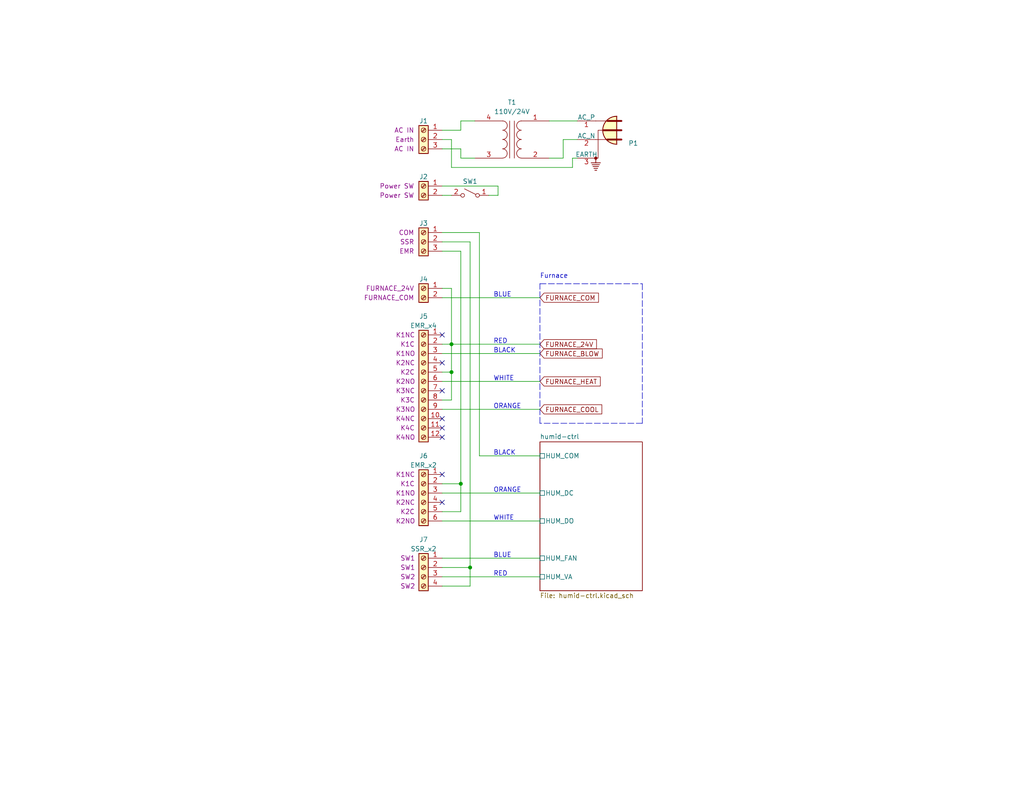
<source format=kicad_sch>
(kicad_sch (version 20211123) (generator eeschema)
  (paper "USLetter")
  (title_block (title "HVAC System") (date "05/06/2022") (rev "1.2"))
  (lib_symbols
    (symbol "Connector:Conn_WallPlug_Earth" (pin_names (offset 0))
      (property "Reference" "P" (at 0 3.81 0))
      (property "Value" "Conn_WallPlug_Earth" (at -5.08 0 90))
      (symbol "Conn_WallPlug_Earth_0_1"
        (arc (start -3.175 -3.81) (mid 0.635 0) (end -3.175 3.81) (stroke (width 0.254)) (fill (type background)))
        (polyline (pts (xy -4.445 -2.54) (xy -0.635 -2.54)) (stroke (width 0.508)))
        (polyline (pts (xy -4.445 0) (xy 0.508 0)) (stroke (width 0.508)))
        (polyline (pts (xy -4.445 2.54) (xy -0.635 2.54)) (stroke (width 0.508)))
        (polyline (pts (xy -3.175 -3.81) (xy -3.175 3.81)) (stroke (width 0.254)))
        (polyline (pts (xy -0.635 -2.54) (xy 2.54 -2.54)))
        (polyline (pts (xy -0.635 2.54) (xy 2.54 2.54)))
        (polyline (pts (xy 1.524 -9.398) (xy 3.556 -9.398)) (stroke (width 0.2032)))
        (polyline (pts (xy 1.778 -9.906) (xy 3.302 -9.906)) (stroke (width 0.2032)))
        (polyline (pts (xy 2.032 -10.414) (xy 3.048 -10.414)) (stroke (width 0.2032)))
        (polyline (pts (xy 2.286 -10.922) (xy 2.794 -10.922)) (stroke (width 0.2032)))
        (polyline (pts (xy 2.54 -7.62) (xy 2.54 -8.89)) (stroke (width 0.2032)))
        (polyline (pts (xy 3.81 -8.89) (xy 1.27 -8.89)) (stroke (width 0.2032)))
        (polyline (pts (xy 2.54 -7.62) (xy 1.905 -7.62) (xy 1.905 0) (xy -4.445 0)))
        (circle (center 2.54 -7.62) (radius 0.3556) (fill (type outline)))
      )
      (symbol "Conn_WallPlug_Earth_1_1"
        (pin power_out line (at 7.62 2.54 180) (length 5.08) (name "AC_P") (number "1"))
        (pin power_out line (at 7.62 -2.54 180) (length 5.08) (name "AC_N") (number "2"))
        (pin passive line (at 7.62 -7.62 180) (length 5.08) (name "EARTH") (number "3"))
      )
    )
    (symbol "Connector:Screw_Terminal_01x02" (pin_names (offset 1.016) hide)
      (property "Reference" "J" (at 0 2.54 0))
      (property "Value" "Screw_Terminal_01x02" (at 0 -5.08 0))
      (symbol "Screw_Terminal_01x02_1_1"
        (rectangle (start -1.27 1.27) (end 1.27 -3.81) (stroke (width 0.254)) (fill (type background)))
        (circle (center 0 -2.54) (radius 0.635) (stroke (width 0.1524)))
        (polyline (pts (xy -0.5334 -2.2098) (xy 0.3302 -3.048)) (stroke (width 0.1524)))
        (polyline (pts (xy -0.5334 0.3302) (xy 0.3302 -0.508)) (stroke (width 0.1524)))
        (polyline (pts (xy -0.3556 -2.032) (xy 0.508 -2.8702)) (stroke (width 0.1524)))
        (polyline (pts (xy -0.3556 0.508) (xy 0.508 -0.3302)) (stroke (width 0.1524)))
        (circle (center 0 0) (radius 0.635) (stroke (width 0.1524)))
        (pin passive line (at -5.08 0 0) (length 3.81) (name "Pin_1") (number "1"))
        (pin passive line (at -5.08 -2.54 0) (length 3.81) (name "Pin_2") (number "2"))
      )
    )
    (symbol "Connector:Screw_Terminal_01x03" (pin_names (offset 1.016) hide)
      (property "Reference" "J" (at 0 5.08 0))
      (property "Value" "Screw_Terminal_01x03" (at 0 -5.08 0))
      (symbol "Screw_Terminal_01x03_1_1"
        (rectangle (start -1.27 3.81) (end 1.27 -3.81) (stroke (width 0.254)) (fill (type background)))
        (circle (center 0 -2.54) (radius 0.635) (stroke (width 0.1524)))
        (polyline (pts (xy -0.5334 -2.2098) (xy 0.3302 -3.048)) (stroke (width 0.1524)))
        (polyline (pts (xy -0.5334 0.3302) (xy 0.3302 -0.508)) (stroke (width 0.1524)))
        (polyline (pts (xy -0.5334 2.8702) (xy 0.3302 2.032)) (stroke (width 0.1524)))
        (polyline (pts (xy -0.3556 -2.032) (xy 0.508 -2.8702)) (stroke (width 0.1524)))
        (polyline (pts (xy -0.3556 0.508) (xy 0.508 -0.3302)) (stroke (width 0.1524)))
        (polyline (pts (xy -0.3556 3.048) (xy 0.508 2.2098)) (stroke (width 0.1524)))
        (circle (center 0 0) (radius 0.635) (stroke (width 0.1524)))
        (circle (center 0 2.54) (radius 0.635) (stroke (width 0.1524)))
        (pin passive line (at -5.08 2.54 0) (length 3.81) (name "Pin_1") (number "1"))
        (pin passive line (at -5.08 0 0) (length 3.81) (name "Pin_2") (number "2"))
        (pin passive line (at -5.08 -2.54 0) (length 3.81) (name "Pin_3") (number "3"))
      )
    )
    (symbol "Connector:Screw_Terminal_01x04" (pin_names (offset 1.016) hide)
      (property "Reference" "J" (at 0 5.08 0))
      (property "Value" "Screw_Terminal_01x04" (at 0 -7.62 0))
      (symbol "Screw_Terminal_01x04_1_1"
        (rectangle (start -1.27 3.81) (end 1.27 -6.35) (stroke (width 0.254)) (fill (type background)))
        (circle (center 0 -5.08) (radius 0.635) (stroke (width 0.1524)))
        (circle (center 0 -2.54) (radius 0.635) (stroke (width 0.1524)))
        (polyline (pts (xy -0.5334 -4.7498) (xy 0.3302 -5.588)) (stroke (width 0.1524)))
        (polyline (pts (xy -0.5334 -2.2098) (xy 0.3302 -3.048)) (stroke (width 0.1524)))
        (polyline (pts (xy -0.5334 0.3302) (xy 0.3302 -0.508)) (stroke (width 0.1524)))
        (polyline (pts (xy -0.5334 2.8702) (xy 0.3302 2.032)) (stroke (width 0.1524)))
        (polyline (pts (xy -0.3556 -4.572) (xy 0.508 -5.4102)) (stroke (width 0.1524)))
        (polyline (pts (xy -0.3556 -2.032) (xy 0.508 -2.8702)) (stroke (width 0.1524)))
        (polyline (pts (xy -0.3556 0.508) (xy 0.508 -0.3302)) (stroke (width 0.1524)))
        (polyline (pts (xy -0.3556 3.048) (xy 0.508 2.2098)) (stroke (width 0.1524)))
        (circle (center 0 0) (radius 0.635) (stroke (width 0.1524)))
        (circle (center 0 2.54) (radius 0.635) (stroke (width 0.1524)))
        (pin passive line (at -5.08 2.54 0) (length 3.81) (name "Pin_1") (number "1"))
        (pin passive line (at -5.08 0 0) (length 3.81) (name "Pin_2") (number "2"))
        (pin passive line (at -5.08 -2.54 0) (length 3.81) (name "Pin_3") (number "3"))
        (pin passive line (at -5.08 -5.08 0) (length 3.81) (name "Pin_4") (number "4"))
      )
    )
    (symbol "Connector:Screw_Terminal_01x06" (pin_names (offset 1.016) hide)
      (property "Reference" "J" (at 0 7.62 0))
      (property "Value" "Screw_Terminal_01x06" (at 0 -10.16 0))
      (symbol "Screw_Terminal_01x06_1_1"
        (rectangle (start -1.27 6.35) (end 1.27 -8.89) (stroke (width 0.254)) (fill (type background)))
        (circle (center 0 -7.62) (radius 0.635) (stroke (width 0.1524)))
        (circle (center 0 -5.08) (radius 0.635) (stroke (width 0.1524)))
        (circle (center 0 -2.54) (radius 0.635) (stroke (width 0.1524)))
        (polyline (pts (xy -0.5334 -7.2898) (xy 0.3302 -8.128)) (stroke (width 0.1524)))
        (polyline (pts (xy -0.5334 -4.7498) (xy 0.3302 -5.588)) (stroke (width 0.1524)))
        (polyline (pts (xy -0.5334 -2.2098) (xy 0.3302 -3.048)) (stroke (width 0.1524)))
        (polyline (pts (xy -0.5334 0.3302) (xy 0.3302 -0.508)) (stroke (width 0.1524)))
        (polyline (pts (xy -0.5334 2.8702) (xy 0.3302 2.032)) (stroke (width 0.1524)))
        (polyline (pts (xy -0.5334 5.4102) (xy 0.3302 4.572)) (stroke (width 0.1524)))
        (polyline (pts (xy -0.3556 -7.112) (xy 0.508 -7.9502)) (stroke (width 0.1524)))
        (polyline (pts (xy -0.3556 -4.572) (xy 0.508 -5.4102)) (stroke (width 0.1524)))
        (polyline (pts (xy -0.3556 -2.032) (xy 0.508 -2.8702)) (stroke (width 0.1524)))
        (polyline (pts (xy -0.3556 0.508) (xy 0.508 -0.3302)) (stroke (width 0.1524)))
        (polyline (pts (xy -0.3556 3.048) (xy 0.508 2.2098)) (stroke (width 0.1524)))
        (polyline (pts (xy -0.3556 5.588) (xy 0.508 4.7498)) (stroke (width 0.1524)))
        (circle (center 0 0) (radius 0.635) (stroke (width 0.1524)))
        (circle (center 0 2.54) (radius 0.635) (stroke (width 0.1524)))
        (circle (center 0 5.08) (radius 0.635) (stroke (width 0.1524)))
        (pin passive line (at -5.08 5.08 0) (length 3.81) (name "Pin_1") (number "1"))
        (pin passive line (at -5.08 2.54 0) (length 3.81) (name "Pin_2") (number "2"))
        (pin passive line (at -5.08 0 0) (length 3.81) (name "Pin_3") (number "3"))
        (pin passive line (at -5.08 -2.54 0) (length 3.81) (name "Pin_4") (number "4"))
        (pin passive line (at -5.08 -5.08 0) (length 3.81) (name "Pin_5") (number "5"))
        (pin passive line (at -5.08 -7.62 0) (length 3.81) (name "Pin_6") (number "6"))
      )
    )
    (symbol "Connector:Screw_Terminal_01x12" (pin_names (offset 1.016) hide)
      (property "Reference" "J" (at 0 15.24 0))
      (property "Value" "Screw_Terminal_01x12" (at 0 -17.78 0))
      (symbol "Screw_Terminal_01x12_1_1"
        (rectangle (start -1.27 13.97) (end 1.27 -16.51) (stroke (width 0.254)) (fill (type background)))
        (circle (center 0 -15.24) (radius 0.635) (stroke (width 0.1524)))
        (circle (center 0 -12.7) (radius 0.635) (stroke (width 0.1524)))
        (circle (center 0 -10.16) (radius 0.635) (stroke (width 0.1524)))
        (circle (center 0 -7.62) (radius 0.635) (stroke (width 0.1524)))
        (circle (center 0 -5.08) (radius 0.635) (stroke (width 0.1524)))
        (circle (center 0 -2.54) (radius 0.635) (stroke (width 0.1524)))
        (polyline (pts (xy -0.5334 -14.9098) (xy 0.3302 -15.748)) (stroke (width 0.1524)))
        (polyline (pts (xy -0.5334 -12.3698) (xy 0.3302 -13.208)) (stroke (width 0.1524)))
        (polyline (pts (xy -0.5334 -9.8298) (xy 0.3302 -10.668)) (stroke (width 0.1524)))
        (polyline (pts (xy -0.5334 -7.2898) (xy 0.3302 -8.128)) (stroke (width 0.1524)))
        (polyline (pts (xy -0.5334 -4.7498) (xy 0.3302 -5.588)) (stroke (width 0.1524)))
        (polyline (pts (xy -0.5334 -2.2098) (xy 0.3302 -3.048)) (stroke (width 0.1524)))
        (polyline (pts (xy -0.5334 0.3302) (xy 0.3302 -0.508)) (stroke (width 0.1524)))
        (polyline (pts (xy -0.5334 2.8702) (xy 0.3302 2.032)) (stroke (width 0.1524)))
        (polyline (pts (xy -0.5334 5.4102) (xy 0.3302 4.572)) (stroke (width 0.1524)))
        (polyline (pts (xy -0.5334 7.9502) (xy 0.3302 7.112)) (stroke (width 0.1524)))
        (polyline (pts (xy -0.5334 10.4902) (xy 0.3302 9.652)) (stroke (width 0.1524)))
        (polyline (pts (xy -0.5334 13.0302) (xy 0.3302 12.192)) (stroke (width 0.1524)))
        (polyline (pts (xy -0.3556 -14.732) (xy 0.508 -15.5702)) (stroke (width 0.1524)))
        (polyline (pts (xy -0.3556 -12.192) (xy 0.508 -13.0302)) (stroke (width 0.1524)))
        (polyline (pts (xy -0.3556 -9.652) (xy 0.508 -10.4902)) (stroke (width 0.1524)))
        (polyline (pts (xy -0.3556 -7.112) (xy 0.508 -7.9502)) (stroke (width 0.1524)))
        (polyline (pts (xy -0.3556 -4.572) (xy 0.508 -5.4102)) (stroke (width 0.1524)))
        (polyline (pts (xy -0.3556 -2.032) (xy 0.508 -2.8702)) (stroke (width 0.1524)))
        (polyline (pts (xy -0.3556 0.508) (xy 0.508 -0.3302)) (stroke (width 0.1524)))
        (polyline (pts (xy -0.3556 3.048) (xy 0.508 2.2098)) (stroke (width 0.1524)))
        (polyline (pts (xy -0.3556 5.588) (xy 0.508 4.7498)) (stroke (width 0.1524)))
        (polyline (pts (xy -0.3556 8.128) (xy 0.508 7.2898)) (stroke (width 0.1524)))
        (polyline (pts (xy -0.3556 10.668) (xy 0.508 9.8298)) (stroke (width 0.1524)))
        (polyline (pts (xy -0.3556 13.208) (xy 0.508 12.3698)) (stroke (width 0.1524)))
        (circle (center 0 0) (radius 0.635) (stroke (width 0.1524)))
        (circle (center 0 2.54) (radius 0.635) (stroke (width 0.1524)))
        (circle (center 0 5.08) (radius 0.635) (stroke (width 0.1524)))
        (circle (center 0 7.62) (radius 0.635) (stroke (width 0.1524)))
        (circle (center 0 10.16) (radius 0.635) (stroke (width 0.1524)))
        (circle (center 0 12.7) (radius 0.635) (stroke (width 0.1524)))
        (pin passive line (at -5.08 12.7 0) (length 3.81) (name "Pin_1") (number "1"))
        (pin passive line (at -5.08 -10.16 0) (length 3.81) (name "Pin_10") (number "10"))
        (pin passive line (at -5.08 -12.7 0) (length 3.81) (name "Pin_11") (number "11"))
        (pin passive line (at -5.08 -15.24 0) (length 3.81) (name "Pin_12") (number "12"))
        (pin passive line (at -5.08 10.16 0) (length 3.81) (name "Pin_2") (number "2"))
        (pin passive line (at -5.08 7.62 0) (length 3.81) (name "Pin_3") (number "3"))
        (pin passive line (at -5.08 5.08 0) (length 3.81) (name "Pin_4") (number "4"))
        (pin passive line (at -5.08 2.54 0) (length 3.81) (name "Pin_5") (number "5"))
        (pin passive line (at -5.08 0 0) (length 3.81) (name "Pin_6") (number "6"))
        (pin passive line (at -5.08 -2.54 0) (length 3.81) (name "Pin_7") (number "7"))
        (pin passive line (at -5.08 -5.08 0) (length 3.81) (name "Pin_8") (number "8"))
        (pin passive line (at -5.08 -7.62 0) (length 3.81) (name "Pin_9") (number "9"))
      )
    )
    (symbol "Device:Transformer_1P_1S" (pin_names (offset 1.016) hide)
      (property "Reference" "T" (at 0 6.35 0))
      (property "Value" "Transformer_1P_1S" (at 0 -7.62 0))
      (symbol "Transformer_1P_1S_0_1"
        (arc (start -2.54 -5.0546) (mid -1.6599 -4.6901) (end -1.27 -3.81))
        (arc (start -2.54 -2.5146) (mid -1.6599 -2.1501) (end -1.27 -1.27))
        (arc (start -2.54 0.0254) (mid -1.6599 0.3899) (end -1.27 1.27))
        (arc (start -2.54 2.5654) (mid -1.6599 2.9299) (end -1.27 3.81))
        (arc (start -1.27 -3.81) (mid -1.642 -2.912) (end -2.54 -2.54))
        (arc (start -1.27 -1.27) (mid -1.642 -0.372) (end -2.54 0))
        (arc (start -1.27 1.27) (mid -1.642 2.168) (end -2.54 2.54))
        (arc (start -1.27 3.81) (mid -1.642 4.708) (end -2.54 5.08))
        (polyline (pts (xy -0.635 5.08) (xy -0.635 -5.08)))
        (polyline (pts (xy 0.635 -5.08) (xy 0.635 5.08)))
        (arc (start 1.2954 -1.27) (mid 1.6599 -2.1501) (end 2.54 -2.5146))
        (arc (start 1.2954 1.27) (mid 1.6599 0.3899) (end 2.54 0.0254))
        (arc (start 1.2954 3.81) (mid 1.6599 2.9299) (end 2.54 2.5654))
        (arc (start 1.3208 -3.81) (mid 1.6853 -4.6901) (end 2.5654 -5.0546))
        (arc (start 2.54 0) (mid 1.642 -0.372) (end 1.2954 -1.27))
        (arc (start 2.54 2.54) (mid 1.642 2.168) (end 1.2954 1.27))
        (arc (start 2.54 5.08) (mid 1.642 4.708) (end 1.2954 3.81))
        (arc (start 2.5654 -2.54) (mid 1.6674 -2.912) (end 1.3208 -3.81))
      )
      (symbol "Transformer_1P_1S_1_1"
        (pin passive line (at -10.16 5.08 0) (length 7.62) (name "AA") (number "1"))
        (pin passive line (at -10.16 -5.08 0) (length 7.62) (name "AB") (number "2"))
        (pin passive line (at 10.16 -5.08 180) (length 7.62) (name "SA") (number "3"))
        (pin passive line (at 10.16 5.08 180) (length 7.62) (name "SB") (number "4"))
      )
    )
    (symbol "Switch:SW_SPST" (pin_names (offset 0) hide)
      (property "Reference" "SW" (at 0 3.175 0))
      (property "Value" "SW_SPST" (at 0 -2.54 0))
      (symbol "SW_SPST_0_0"
        (circle (center -2.032 0) (radius 0.508))
        (polyline (pts (xy -1.524 0.254) (xy 1.524 1.778)))
        (circle (center 2.032 0) (radius 0.508))
      )
      (symbol "SW_SPST_1_1"
        (pin passive line (at -5.08 0 0) (length 2.54) (name "A") (number "1"))
        (pin passive line (at 5.08 0 180) (length 2.54) (name "B") (number "2"))
      )
    )
  )
  (junction (at 123.19 93.98))
  (junction (at 128.27 154.94))
  (junction (at 125.73 132.08))
  (junction (at 123.19 101.6))
  (no_connect (at 120.65 129.54))
  (no_connect (at 120.65 119.38))
  (no_connect (at 120.65 106.68))
  (no_connect (at 120.65 99.06))
  (no_connect (at 120.65 137.16))
  (no_connect (at 120.65 114.3))
  (no_connect (at 120.65 116.84))
  (no_connect (at 120.65 91.44))
  (wire (pts (xy 120.65 109.22) (xy 123.19 109.22)))
  (wire (pts (xy 123.19 93.98) (xy 147.32 93.98)))
  (wire (pts (xy 128.27 66.04) (xy 128.27 154.94)))
  (wire (pts (xy 125.73 139.7) (xy 125.73 132.08)))
  (wire (pts (xy 120.65 66.04) (xy 128.27 66.04)))
  (wire (pts (xy 153.67 38.1) (xy 153.67 43.18)))
  (wire (pts (xy 125.73 68.58) (xy 125.73 132.08)))
  (wire (pts (xy 120.65 81.28) (xy 147.32 81.28)))
  (wire (pts (xy 125.73 33.02) (xy 125.73 35.56)))
  (wire (pts (xy 120.65 134.62) (xy 147.32 134.62)))
  (wire (pts (xy 120.65 152.4) (xy 147.32 152.4)))
  (wire (pts (xy 125.73 132.08) (xy 120.65 132.08)))
  (wire (pts (xy 123.19 53.34) (xy 120.65 53.34)))
  (wire (pts (xy 157.48 33.02) (xy 149.86 33.02)))
  (wire (pts (xy 128.27 160.02) (xy 128.27 154.94)))
  (wire (pts (xy 157.48 38.1) (xy 153.67 38.1)))
  (polyline (pts (xy 175.26 77.47) (xy 175.26 115.57)))
  (wire (pts (xy 120.65 157.48) (xy 147.32 157.48)))
  (polyline (pts (xy 147.32 115.57) (xy 147.32 77.47)))
  (wire (pts (xy 135.89 50.8) (xy 135.89 53.34)))
  (polyline (pts (xy 175.26 115.57) (xy 147.32 115.57)))
  (wire (pts (xy 125.73 43.18) (xy 125.73 40.64)))
  (wire (pts (xy 156.21 45.72) (xy 123.19 45.72)))
  (wire (pts (xy 120.65 160.02) (xy 128.27 160.02)))
  (wire (pts (xy 129.54 43.18) (xy 125.73 43.18)))
  (wire (pts (xy 120.65 96.52) (xy 147.32 96.52)))
  (wire (pts (xy 125.73 40.64) (xy 120.65 40.64)))
  (wire (pts (xy 123.19 38.1) (xy 120.65 38.1)))
  (wire (pts (xy 120.65 78.74) (xy 123.19 78.74)))
  (wire (pts (xy 120.65 139.7) (xy 125.73 139.7)))
  (wire (pts (xy 135.89 53.34) (xy 133.35 53.34)))
  (polyline (pts (xy 147.32 77.47) (xy 175.26 77.47)))
  (wire (pts (xy 128.27 154.94) (xy 120.65 154.94)))
  (wire (pts (xy 120.65 104.14) (xy 147.32 104.14)))
  (wire (pts (xy 120.65 50.8) (xy 135.89 50.8)))
  (wire (pts (xy 156.21 43.18) (xy 156.21 45.72)))
  (wire (pts (xy 123.19 109.22) (xy 123.19 101.6)))
  (wire (pts (xy 153.67 43.18) (xy 149.86 43.18)))
  (wire (pts (xy 130.81 63.5) (xy 130.81 124.46)))
  (wire (pts (xy 123.19 93.98) (xy 123.19 101.6)))
  (wire (pts (xy 130.81 124.46) (xy 147.32 124.46)))
  (wire (pts (xy 120.65 68.58) (xy 125.73 68.58)))
  (wire (pts (xy 120.65 111.76) (xy 147.32 111.76)))
  (wire (pts (xy 125.73 35.56) (xy 120.65 35.56)))
  (wire (pts (xy 123.19 101.6) (xy 120.65 101.6)))
  (wire (pts (xy 157.48 43.18) (xy 156.21 43.18)))
  (wire (pts (xy 123.19 78.74) (xy 123.19 93.98)))
  (wire (pts (xy 129.54 33.02) (xy 125.73 33.02)))
  (wire (pts (xy 123.19 45.72) (xy 123.19 38.1)))
  (wire (pts (xy 120.65 93.98) (xy 123.19 93.98)))
  (wire (pts (xy 130.81 63.5) (xy 120.65 63.5)))
  (wire (pts (xy 120.65 142.24) (xy 147.32 142.24)))
  (text "ORANGE" (at 134.62 111.76 0) (effects (font (size 1.27 1.27)) (justify left bottom)))
  (text "BLUE" (at 134.62 81.28 0) (effects (font (size 1.27 1.27)) (justify left bottom)))
  (text "RED" (at 134.62 157.48 0) (effects (font (size 1.27 1.27)) (justify left bottom)))
  (text "ORANGE" (at 134.62 134.62 0) (effects (font (size 1.27 1.27)) (justify left bottom)))
  (text "WHITE" (at 134.62 142.24 0) (effects (font (size 1.27 1.27)) (justify left bottom)))
  (text "BLUE" (at 134.62 152.4 0) (effects (font (size 1.27 1.27)) (justify left bottom)))
  (text "BLACK" (at 134.62 96.52 0) (effects (font (size 1.27 1.27)) (justify left bottom)))
  (text "WHITE" (at 134.62 104.14 0) (effects (font (size 1.27 1.27)) (justify left bottom)))
  (text "BLACK" (at 134.62 124.46 0) (effects (font (size 1.27 1.27)) (justify left bottom)))
  (text "RED" (at 134.62 93.98 0) (effects (font (size 1.27 1.27)) (justify left bottom)))
  (text "Furnace" (at 147.32 76.2 0) (effects (font (size 1.27 1.27)) (justify left bottom)))
  (global_label "FURNACE_COM" (shape input) (at 147.32 81.28 0) (property "Intersheet References" "${INTERSHEET_REFS}" (effects hide)))
  (global_label "FURNACE_BLOW" (shape input) (at 147.32 96.52 0) (property "Intersheet References" "${INTERSHEET_REFS}" (effects hide)))
  (global_label "FURNACE_24V" (shape input) (at 147.32 93.98 0) (property "Intersheet References" "${INTERSHEET_REFS}" (effects hide)))
  (global_label "FURNACE_COOL" (shape input) (at 147.32 111.76 0) (property "Intersheet References" "${INTERSHEET_REFS}" (effects hide)))
  (global_label "FURNACE_HEAT" (shape input) (at 147.32 104.14 0) (property "Intersheet References" "${INTERSHEET_REFS}" (effects hide)))
  (symbol (lib_id "Device:Transformer_1P_1S") (at 139.7 38.1 0) (mirror y) (unit 1)
    (property "Reference" "T1" (at 139.7 27.94 0))
    (property "Value" "110V/24V" (at 139.7 30.48 0))
  )
  (symbol (lib_id "Connector:Screw_Terminal_01x03") (at 115.57 66.04 0) (mirror y) (unit 1)
    (property "Reference" "J3" (at 115.57 60.96 0))
    (property "Value" "Screw_Terminal_01x03" (effects hide))
    (property "Pin_1" "COM" (at 113.03 63.5 0) (effects (justify left)))
    (property "Pin_2" "SSR" (at 113.03 66.04 0) (effects (justify left)))
    (property "Pin_3" "EMR" (at 113.03 68.58 0) (effects (justify left)))
  )
  (symbol (lib_id "Connector:Screw_Terminal_01x02") (at 115.57 50.8 0) (mirror y) (unit 1)
    (property "Reference" "J2" (at 115.57 48.26 0))
    (property "Value" "Screw_Terminal_01x02" (effects hide))
    (property "Pin_1" "Power SW" (at 113.03 50.8 0) (effects (justify left)))
    (property "Pin_2" "Power SW" (at 113.03 53.34 0) (effects (justify left)))
  )
  (symbol (lib_id "Connector:Conn_WallPlug_Earth") (at 165.1 35.56 0) (mirror y) (unit 1) (in_bom no)
    (property "Reference" "P1" (at 171.45 39.1032 0) (effects (justify right)))
    (property "Value" "Conn_WallPlug_Earth" (effects hide))
  )
  (symbol (lib_id "Connector:Screw_Terminal_01x03") (at 115.57 38.1 0) (mirror y) (unit 1)
    (property "Reference" "J1" (at 115.57 33.02 0))
    (property "Value" "Screw_Terminal_01x03" (effects hide))
    (property "Pin_1" "AC IN" (at 113.03 35.56 0) (effects (justify left)))
    (property "Pin_2" "Earth" (at 113.03 38.1 0) (effects (justify left)))
    (property "Pin_3" "AC IN" (at 113.03 40.64 0) (effects (justify left)))
  )
  (symbol (lib_id "Switch:SW_SPST") (at 128.27 53.34 0) (mirror y) (unit 1)
    (property "Reference" "SW1" (at 128.27 49.53 0))
    (property "Value" "SW_SPST" (effects hide))
  )
  (symbol (lib_id "Connector:Screw_Terminal_01x12") (at 115.57 104.14 0) (mirror y) (unit 1)
    (property "Reference" "J5" (at 115.57 86.36 0))
    (property "Value" "EMR_x4" (at 115.57 88.9 0))
    (property "Pin_1" "K1NC" (at 107.95 91.44 0) (effects (justify right)))
    (property "Pin_2" "K1C" (at 109.22 93.98 0) (effects (justify right)))
    (property "Pin_3" "K1NO" (at 107.95 96.52 0) (effects (justify right)))
    (property "Pin_4" "K2NC" (at 107.95 99.06 0) (effects (justify right)))
    (property "Pin_5" "K2C" (at 109.22 101.6 0) (effects (justify right)))
    (property "Pin_6" "K2NO" (at 107.95 104.14 0) (effects (justify right)))
    (property "Pin_7" "K3NC" (at 107.95 106.68 0) (effects (justify right)))
    (property "Pin_8" "K3C" (at 109.22 109.22 0) (effects (justify right)))
    (property "Pin_9" "K3NO" (at 107.95 111.76 0) (effects (justify right)))
    (property "Pin_10" "K4NC" (at 107.95 114.3 0) (effects (justify right)))
    (property "Pin_11" "K4C" (at 109.22 116.84 0) (effects (justify right)))
    (property "Pin_12" "K4NO" (at 107.95 119.38 0) (effects (justify right)))
  )
  (symbol (lib_id "Connector:Screw_Terminal_01x02") (at 115.57 78.74 0) (mirror y) (unit 1)
    (property "Reference" "J4" (at 115.57 76.2 0))
    (property "Value" "Screw_Terminal_01x02" (effects hide))
    (property "Pin_1" "FURNACE_24V" (at 113.03 78.74 0) (effects (justify left)))
    (property "Pin_2" "FURNACE_COM" (at 113.03 81.28 0) (effects (justify left)))
  )
  (symbol (lib_id "Connector:Screw_Terminal_01x06") (at 115.57 134.62 0) (mirror y) (unit 1)
    (property "Reference" "J6" (at 115.57 124.46 0))
    (property "Value" "EMR_x2" (at 115.57 127 0))
    (property "Pin_1" "K1NC" (at 107.95 129.54 0) (effects (justify right)))
    (property "Pin_2" "K1C" (at 109.22 132.08 0) (effects (justify right)))
    (property "Pin_3" "K1NO" (at 107.95 134.62 0) (effects (justify right)))
    (property "Pin_4" "K2NC" (at 107.95 137.16 0) (effects (justify right)))
    (property "Pin_5" "K2C" (at 109.22 139.7 0) (effects (justify right)))
    (property "Pin_6" "K2NO" (at 107.95 142.24 0) (effects (justify right)))
  )
  (symbol (lib_id "Connector:Screw_Terminal_01x04") (at 115.57 154.94 0) (mirror y) (unit 1)
    (property "Reference" "J7" (at 115.57 147.32 0))
    (property "Value" "SSR_x2" (at 115.57 149.86 0))
    (property "Pin_1" "SW1" (at 109.22 152.4 0) (effects (justify right)))
    (property "Pin_2" "SW1" (at 109.22 154.94 0) (effects (justify right)))
    (property "Pin_3" "SW2" (at 109.22 157.48 0) (effects (justify right)))
    (property "Pin_4" "SW2" (at 109.22 160.02 0) (effects (justify right)))
  )
  (sheet (at 147.32 120.65) (size 27.94 40.64) (stroke (width 0.1524))
    (property "Sheet name" "humid-ctrl" (at 147.32 119.9384 0) (effects (justify left bottom)))
    (property "Sheet file" "humid-ctrl.kicad_sch" (at 147.32 161.8746 0) (effects (justify left top)))
    (pin "HUM_DO" passive (at 147.32 142.24 180))
    (pin "HUM_DC" passive (at 147.32 134.62 180))
    (pin "HUM_COM" passive (at 147.32 124.46 180))
    (pin "HUM_FAN" passive (at 147.32 152.4 180))
    (pin "HUM_VA" passive (at 147.32 157.48 180))
  )
)
</source>
